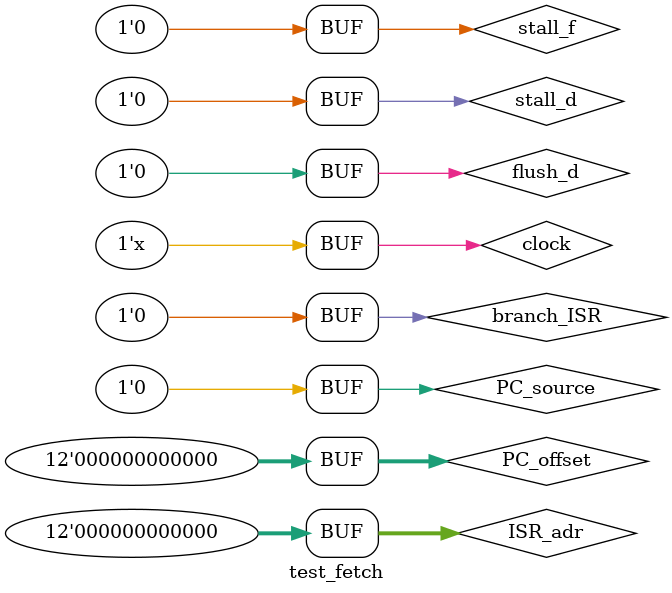
<source format=v>
`timescale 1ns / 1ps


module test_fetch;

	// Inputs
	reg clock;
	reg PC_source;
	reg [11:0] PC_offset;
	reg [11:0] ISR_adr;
	reg branch_ISR;
	reg stall_d;
	reg stall_f;
	reg flush_d;

	// Outputs
	wire [15:0] IR;
	wire [11:0] PC;

	// Instantiate the Unit Under Test (UUT)
	IR_fetch uut (
		.clock(clock), 
		.PC_source(PC_source), 
		.PC_offset(PC_offset), 
		.ISR_adr(ISR_adr), 
		.branch_ISR(branch_ISR), 
		.stall_d(stall_d), 
		.stall_f(stall_f), 
		.flush_d(flush_d), 
		.IR(IR), 
		.PC(PC)
	);

	initial begin
		// Initialize Inputs
		clock = 0;
		PC_source = 0;
		PC_offset = 0;
		ISR_adr = 0;
		branch_ISR = 0;
		stall_f = 0;
		stall_d = 0;
		flush_d = 0;

		// Wait 100 ns for global reset to finish
		//#100;
		#10;
		
		#400;
		flush_d = 1;
		
		#20;
		flush_d = 0;
		
		
		
		  
	end
	
	always #10 clock = !clock;
      
endmodule


</source>
